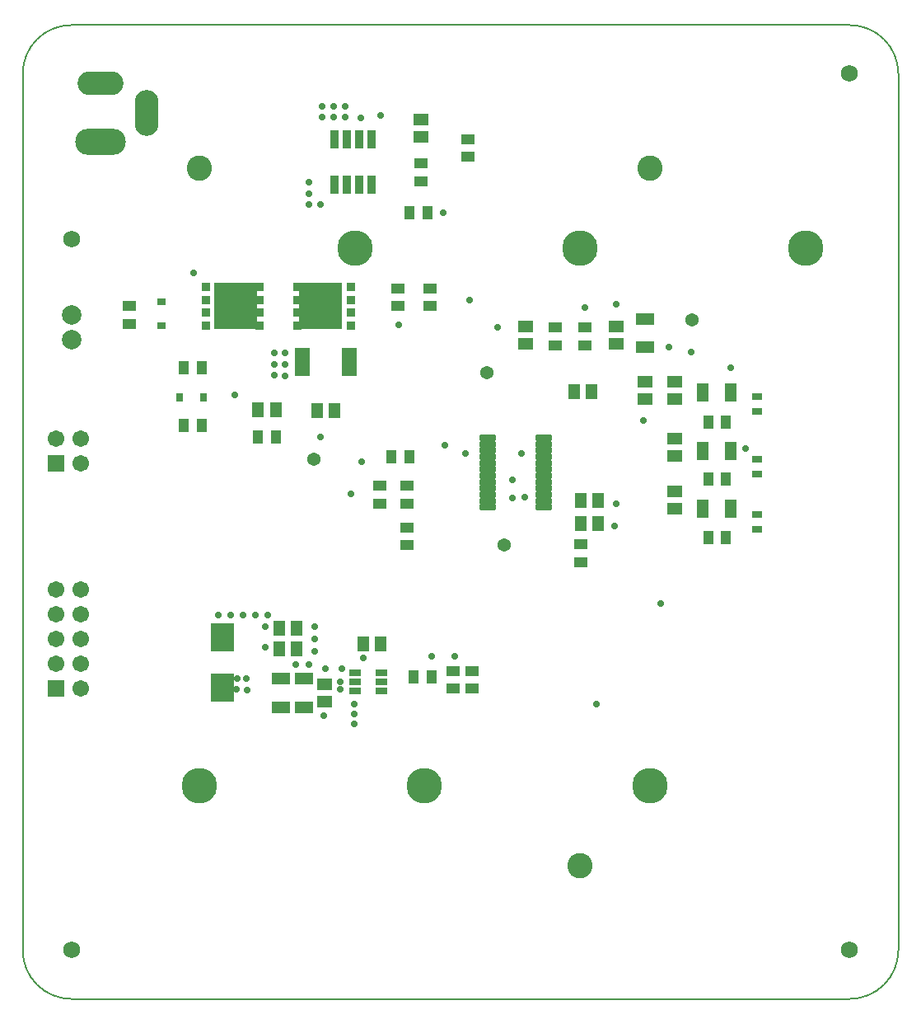
<source format=gts>
G04*
G04 #@! TF.GenerationSoftware,Altium Limited,Altium Designer,21.1.1 (26)*
G04*
G04 Layer_Color=8388736*
%FSLAX25Y25*%
%MOIN*%
G70*
G04*
G04 #@! TF.SameCoordinates,FA9CCD81-432D-44E0-922B-AB4CBE4C0170*
G04*
G04*
G04 #@! TF.FilePolarity,Negative*
G04*
G01*
G75*
%ADD15C,0.00591*%
%ADD35R,0.04724X0.02756*%
%ADD36R,0.05709X0.04134*%
%ADD37R,0.04134X0.05709*%
%ADD38R,0.05118X0.06299*%
%ADD39R,0.06299X0.05118*%
%ADD40R,0.07480X0.04921*%
%ADD41R,0.04934X0.07493*%
%ADD42R,0.03937X0.02953*%
%ADD43R,0.07493X0.04934*%
%ADD44R,0.05918X0.11824*%
G04:AMPARAMS|DCode=45|XSize=69.81mil|YSize=24.14mil|CornerRadius=6.02mil|HoleSize=0mil|Usage=FLASHONLY|Rotation=180.000|XOffset=0mil|YOffset=0mil|HoleType=Round|Shape=RoundedRectangle|*
%AMROUNDEDRECTD45*
21,1,0.06981,0.01211,0,0,180.0*
21,1,0.05778,0.02414,0,0,180.0*
1,1,0.01204,-0.02889,0.00605*
1,1,0.01204,0.02889,0.00605*
1,1,0.01204,0.02889,-0.00605*
1,1,0.01204,-0.02889,-0.00605*
%
%ADD45ROUNDEDRECTD45*%
%ADD46R,0.03556X0.03359*%
%ADD47R,0.03005X0.03517*%
%ADD48R,0.03517X0.03005*%
%ADD49C,0.05394*%
%ADD50R,0.03635X0.07808*%
%ADD51R,0.09461X0.11430*%
%ADD52R,0.17339X0.18953*%
%ADD53C,0.14383*%
%ADD54C,0.10209*%
%ADD55C,0.06706*%
%ADD56R,0.06706X0.06706*%
%ADD57C,0.07887*%
%ADD58O,0.18517X0.09658*%
%ADD59O,0.20485X0.10642*%
%ADD60O,0.09658X0.18517*%
%ADD61C,0.06800*%
%ADD62C,0.02756*%
D15*
X354331Y374016D02*
G03*
X334646Y393701I-19685J0D01*
G01*
Y0D02*
G03*
X354331Y19685I0J19685D01*
G01*
X19685Y393701D02*
G03*
X0Y374016I0J-19685D01*
G01*
X0Y19685D02*
G03*
X19685Y0I19685J0D01*
G01*
X354331Y19685D02*
Y374016D01*
X19685Y0D02*
X334646D01*
X0Y19685D02*
Y374016D01*
X19685Y393701D02*
X334646D01*
D35*
X134449Y131890D02*
D03*
Y128150D02*
D03*
Y124409D02*
D03*
X145079D02*
D03*
Y128150D02*
D03*
Y131890D02*
D03*
D36*
X181791Y125394D02*
D03*
Y132677D02*
D03*
X174114D02*
D03*
Y125394D02*
D03*
X225984Y176575D02*
D03*
X225984Y183858D02*
D03*
X227544Y271548D02*
D03*
Y264265D02*
D03*
X215335Y271548D02*
D03*
Y264265D02*
D03*
X180020Y340354D02*
D03*
Y347638D02*
D03*
X161221Y337697D02*
D03*
Y330413D02*
D03*
X155610Y190650D02*
D03*
Y183366D02*
D03*
X155413Y200197D02*
D03*
X155413Y207480D02*
D03*
X144390Y207480D02*
D03*
Y200197D02*
D03*
X164764Y287303D02*
D03*
Y280020D02*
D03*
X151969Y280020D02*
D03*
X151969Y287303D02*
D03*
X43110Y280026D02*
D03*
Y272743D02*
D03*
D37*
X165354Y130020D02*
D03*
X158071D02*
D03*
X284646Y233169D02*
D03*
X277362D02*
D03*
X284646Y210039D02*
D03*
X277362D02*
D03*
X163681Y317913D02*
D03*
X156398D02*
D03*
X156496Y219291D02*
D03*
X149213Y219291D02*
D03*
X95177Y227264D02*
D03*
X102461Y227264D02*
D03*
X65151Y231791D02*
D03*
X72435Y231791D02*
D03*
Y255315D02*
D03*
X65151D02*
D03*
X284646Y186417D02*
D03*
X277362Y186417D02*
D03*
D38*
X137697Y143602D02*
D03*
X144783D02*
D03*
X110915Y141437D02*
D03*
X103828D02*
D03*
X110915Y149705D02*
D03*
X103828D02*
D03*
X225787Y192224D02*
D03*
X232874D02*
D03*
X232776Y201673D02*
D03*
X225689D02*
D03*
X223130Y245374D02*
D03*
X230217D02*
D03*
X95276Y238090D02*
D03*
X102362D02*
D03*
X119193Y237992D02*
D03*
X126279D02*
D03*
D39*
X122146Y120079D02*
D03*
Y127165D02*
D03*
X263779Y226476D02*
D03*
Y219390D02*
D03*
Y249508D02*
D03*
Y242421D02*
D03*
X251772Y249508D02*
D03*
Y242421D02*
D03*
X240072Y271850D02*
D03*
Y264764D02*
D03*
X203445Y271850D02*
D03*
Y264764D02*
D03*
X161221Y355512D02*
D03*
Y348425D02*
D03*
X263779Y205315D02*
D03*
Y198228D02*
D03*
D40*
X113681Y129528D02*
D03*
Y117717D02*
D03*
X104331Y129528D02*
D03*
Y117717D02*
D03*
D41*
X275197Y221555D02*
D03*
X286417D02*
D03*
X275197Y245177D02*
D03*
X286417D02*
D03*
X275197Y198031D02*
D03*
X286417D02*
D03*
D42*
X297244Y243406D02*
D03*
Y237500D02*
D03*
X297244Y218110D02*
D03*
X297244Y212205D02*
D03*
X297244Y195768D02*
D03*
X297244Y189862D02*
D03*
D43*
X251673Y263484D02*
D03*
Y274704D02*
D03*
D44*
X132087Y257677D02*
D03*
X113189D02*
D03*
D45*
X188110Y198721D02*
D03*
Y201279D02*
D03*
Y203839D02*
D03*
Y206398D02*
D03*
Y208957D02*
D03*
Y211516D02*
D03*
Y214075D02*
D03*
Y216634D02*
D03*
Y219193D02*
D03*
Y221752D02*
D03*
Y224311D02*
D03*
Y226870D02*
D03*
X210709D02*
D03*
Y224311D02*
D03*
Y221752D02*
D03*
Y219193D02*
D03*
Y216634D02*
D03*
Y214075D02*
D03*
Y211516D02*
D03*
Y208957D02*
D03*
Y206398D02*
D03*
Y203839D02*
D03*
Y201279D02*
D03*
Y198721D02*
D03*
D46*
X132687Y287815D02*
D03*
X132687Y277421D02*
D03*
Y272224D02*
D03*
Y282618D02*
D03*
X111014Y287815D02*
D03*
Y282618D02*
D03*
Y272224D02*
D03*
Y277421D02*
D03*
X74083Y287815D02*
D03*
X74083Y282618D02*
D03*
Y277421D02*
D03*
Y272224D02*
D03*
X95756Y287815D02*
D03*
Y282618D02*
D03*
X95756Y277421D02*
D03*
Y272224D02*
D03*
D47*
X63406Y243110D02*
D03*
X73012D02*
D03*
D48*
X56299Y281772D02*
D03*
Y272165D02*
D03*
D49*
X117913Y218012D02*
D03*
X194980Y183366D02*
D03*
X187697Y253248D02*
D03*
X270669Y274410D02*
D03*
D50*
X141260Y347500D02*
D03*
X136260D02*
D03*
X131260D02*
D03*
X126260D02*
D03*
X141260Y329075D02*
D03*
X136260D02*
D03*
X131260D02*
D03*
X126260D02*
D03*
D51*
X80709Y146063D02*
D03*
Y125984D02*
D03*
D52*
X120482Y280020D02*
D03*
X86288Y280020D02*
D03*
D53*
X162648Y86221D02*
D03*
X225640Y303543D02*
D03*
X134350D02*
D03*
X71358Y86221D02*
D03*
X316929Y303543D02*
D03*
X253937Y86221D02*
D03*
D54*
X225640Y53858D02*
D03*
X71358Y335906D02*
D03*
X253937D02*
D03*
D55*
X23622Y135669D02*
D03*
X23622Y145669D02*
D03*
Y125669D02*
D03*
Y155669D02*
D03*
X23622Y165669D02*
D03*
X13622Y145669D02*
D03*
Y155669D02*
D03*
Y135669D02*
D03*
Y165669D02*
D03*
X23622Y226535D02*
D03*
X13622D02*
D03*
X23622Y216535D02*
D03*
D56*
X13622Y125669D02*
D03*
X13622Y216535D02*
D03*
D57*
X19685Y276654D02*
D03*
Y266653D02*
D03*
D58*
X31496Y370079D02*
D03*
D59*
Y346457D02*
D03*
D60*
X50000Y358268D02*
D03*
D61*
X334646Y374016D02*
D03*
Y19685D02*
D03*
X19685Y307087D02*
D03*
Y19685D02*
D03*
D62*
X258071Y159941D02*
D03*
X128463Y125068D02*
D03*
Y128119D02*
D03*
X239469Y191043D02*
D03*
X240059Y200098D02*
D03*
X203248Y202756D02*
D03*
X198228Y202559D02*
D03*
X201969Y220571D02*
D03*
X198228Y209941D02*
D03*
X179134Y220571D02*
D03*
X165354Y138583D02*
D03*
X90453Y129528D02*
D03*
X90748Y125000D02*
D03*
X86614Y125098D02*
D03*
X86811Y129626D02*
D03*
X174705Y138476D02*
D03*
X137304Y217225D02*
D03*
X132776Y204233D02*
D03*
X120473Y321261D02*
D03*
X115847D02*
D03*
X115862Y325642D02*
D03*
X115847Y330217D02*
D03*
X227461Y279627D02*
D03*
X270473Y261418D02*
D03*
X192127Y271654D02*
D03*
X240060Y280906D02*
D03*
X232087Y119193D02*
D03*
X292618Y222441D02*
D03*
X286417Y255217D02*
D03*
X85827Y244094D02*
D03*
X69291Y293504D02*
D03*
X251181Y233800D02*
D03*
X261614Y263484D02*
D03*
X152067Y272441D02*
D03*
X180905Y282579D02*
D03*
X170722Y223816D02*
D03*
X120571Y227264D02*
D03*
X170079Y317717D02*
D03*
X144685Y357185D02*
D03*
X121260Y356398D02*
D03*
Y360827D02*
D03*
X125689Y356398D02*
D03*
X130413D02*
D03*
Y360827D02*
D03*
X125689D02*
D03*
X136811Y356299D02*
D03*
X106299Y251969D02*
D03*
X101673Y252067D02*
D03*
Y256594D02*
D03*
X106201Y256496D02*
D03*
Y261122D02*
D03*
X101772Y261221D02*
D03*
X98130Y142224D02*
D03*
Y150492D02*
D03*
X99114Y155315D02*
D03*
X94144D02*
D03*
X89173D02*
D03*
X84203D02*
D03*
X79232D02*
D03*
X137992Y137894D02*
D03*
X134206Y111319D02*
D03*
X134153Y115059D02*
D03*
Y119291D02*
D03*
X121752Y114469D02*
D03*
X129134Y133465D02*
D03*
X122343D02*
D03*
X115748Y135335D02*
D03*
X110531D02*
D03*
X118110Y140650D02*
D03*
Y145571D02*
D03*
Y150492D02*
D03*
M02*

</source>
